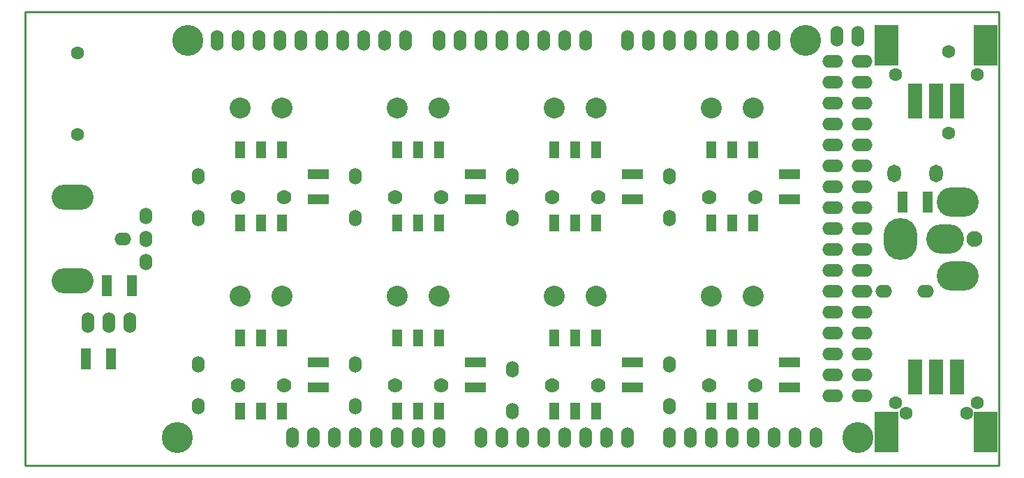
<source format=gbs>
G04 #@! TF.GenerationSoftware,KiCad,Pcbnew,no-vcs-found-7571~57~ubuntu16.04.1*
G04 #@! TF.CreationDate,2017-02-02T13:32:18-05:00*
G04 #@! TF.ProjectId,relay_controller_5x3,72656C61795F636F6E74726F6C6C6572,1.2*
G04 #@! TF.FileFunction,Soldermask,Bot*
G04 #@! TF.FilePolarity,Negative*
%FSLAX46Y46*%
G04 Gerber Fmt 4.6, Leading zero omitted, Abs format (unit mm)*
G04 Created by KiCad (PCBNEW no-vcs-found-7571~57~ubuntu16.04.1) date Thu Feb  2 13:32:18 2017*
%MOMM*%
%LPD*%
G01*
G04 APERTURE LIST*
%ADD10C,0.100000*%
%ADD11C,0.228600*%
%ADD12R,1.270000X2.032000*%
%ADD13C,3.759200*%
%ADD14O,1.524000X2.540000*%
%ADD15O,2.540000X1.524000*%
%ADD16C,2.540000*%
%ADD17C,1.778000*%
%ADD18C,1.930400*%
%ADD19O,4.572000X3.556000*%
%ADD20O,4.064000X5.080000*%
%ADD21O,5.080000X3.556000*%
%ADD22O,5.080000X3.048000*%
%ADD23O,2.032000X1.524000*%
%ADD24O,1.524000X2.032000*%
%ADD25O,1.651000X2.159000*%
%ADD26C,1.600200*%
%ADD27R,1.778000X4.191000*%
%ADD28R,2.997200X5.029200*%
%ADD29R,2.540000X1.270000*%
%ADD30R,1.270000X2.540000*%
G04 APERTURE END LIST*
D10*
D11*
X211455000Y-75311000D02*
X93345000Y-75311000D01*
X211455000Y-130429000D02*
X211455000Y-75311000D01*
X93345000Y-130429000D02*
X211455000Y-130429000D01*
X93345000Y-75311000D02*
X93345000Y-130429000D01*
D12*
X124460000Y-92075000D03*
X121920000Y-92075000D03*
X119380000Y-92075000D03*
X119380000Y-100965000D03*
X121920000Y-100965000D03*
X124460000Y-100965000D03*
X143510000Y-92075000D03*
X140970000Y-92075000D03*
X138430000Y-92075000D03*
X138430000Y-100965000D03*
X140970000Y-100965000D03*
X143510000Y-100965000D03*
X162560000Y-92075000D03*
X160020000Y-92075000D03*
X157480000Y-92075000D03*
X157480000Y-100965000D03*
X160020000Y-100965000D03*
X162560000Y-100965000D03*
X181610000Y-92075000D03*
X179070000Y-92075000D03*
X176530000Y-92075000D03*
X176530000Y-100965000D03*
X179070000Y-100965000D03*
X181610000Y-100965000D03*
X124460000Y-114935000D03*
X121920000Y-114935000D03*
X119380000Y-114935000D03*
X119380000Y-123825000D03*
X121920000Y-123825000D03*
X124460000Y-123825000D03*
X143510000Y-114935000D03*
X140970000Y-114935000D03*
X138430000Y-114935000D03*
X138430000Y-123825000D03*
X140970000Y-123825000D03*
X143510000Y-123825000D03*
X162560000Y-114935000D03*
X160020000Y-114935000D03*
X157480000Y-114935000D03*
X157480000Y-123825000D03*
X160020000Y-123825000D03*
X162560000Y-123825000D03*
X181610000Y-114935000D03*
X179070000Y-114935000D03*
X176530000Y-114935000D03*
X176530000Y-123825000D03*
X179070000Y-123825000D03*
X181610000Y-123825000D03*
D13*
X111760000Y-127000000D03*
X113030000Y-78740000D03*
X194310000Y-127000000D03*
X187960000Y-78740000D03*
D14*
X125730000Y-127000000D03*
X128270000Y-127000000D03*
X130810000Y-127000000D03*
X133350000Y-127000000D03*
X135890000Y-127000000D03*
X138430000Y-127000000D03*
X140970000Y-127000000D03*
X143510000Y-127000000D03*
X148590000Y-127000000D03*
X151130000Y-127000000D03*
X153670000Y-127000000D03*
X156210000Y-127000000D03*
X158750000Y-127000000D03*
X161290000Y-127000000D03*
X163830000Y-127000000D03*
X166370000Y-127000000D03*
X171450000Y-127000000D03*
X173990000Y-127000000D03*
X176530000Y-127000000D03*
X179070000Y-127000000D03*
X181610000Y-127000000D03*
X184150000Y-127000000D03*
X186690000Y-127000000D03*
X189230000Y-127000000D03*
X116586000Y-78740000D03*
X119126000Y-78740000D03*
X121666000Y-78740000D03*
X124206000Y-78740000D03*
X126746000Y-78740000D03*
X129286000Y-78740000D03*
X131826000Y-78740000D03*
X134366000Y-78740000D03*
X136906000Y-78740000D03*
X139446000Y-78740000D03*
X143510000Y-78740000D03*
X161290000Y-78740000D03*
X158750000Y-78740000D03*
X156210000Y-78740000D03*
X153670000Y-78740000D03*
X151130000Y-78740000D03*
X148590000Y-78740000D03*
X146050000Y-78740000D03*
X166370000Y-78740000D03*
X168910000Y-78740000D03*
X171450000Y-78740000D03*
X173990000Y-78740000D03*
X176530000Y-78740000D03*
X179070000Y-78740000D03*
X181610000Y-78740000D03*
X184150000Y-78740000D03*
X191770000Y-78232000D03*
X194310000Y-78232000D03*
D15*
X191262000Y-81280000D03*
X194818000Y-81280000D03*
X191262000Y-83820000D03*
X194818000Y-83820000D03*
X191262000Y-86360000D03*
X194818000Y-86360000D03*
X191262000Y-88900000D03*
X194818000Y-88900000D03*
X191262000Y-91440000D03*
X194818000Y-91440000D03*
X191262000Y-93980000D03*
X194818000Y-93980000D03*
X191262000Y-96520000D03*
X194818000Y-96520000D03*
X191262000Y-99060000D03*
X194818000Y-99060000D03*
X191262000Y-101600000D03*
X194818000Y-101600000D03*
X191262000Y-104140000D03*
X194818000Y-104140000D03*
X191262000Y-106680000D03*
X194818000Y-106680000D03*
X191262000Y-109220000D03*
X194818000Y-109220000D03*
X191262000Y-111760000D03*
X194818000Y-111760000D03*
X191262000Y-114300000D03*
X194818000Y-114300000D03*
X191262000Y-116840000D03*
X194818000Y-116840000D03*
X191262000Y-119380000D03*
X194818000Y-119380000D03*
X191262000Y-121920000D03*
X194818000Y-121920000D03*
D16*
X119380000Y-86995000D03*
X124460000Y-86995000D03*
X138430000Y-86995000D03*
X143510000Y-86995000D03*
X157480000Y-86995000D03*
X162560000Y-86995000D03*
X176530000Y-86995000D03*
X181610000Y-86995000D03*
X119380000Y-109855000D03*
X124460000Y-109855000D03*
X138430000Y-109855000D03*
X143510000Y-109855000D03*
X157480000Y-109855000D03*
X162560000Y-109855000D03*
X176530000Y-109855000D03*
X181610000Y-109855000D03*
D17*
X119126000Y-97790000D03*
X124714000Y-97790000D03*
X138176000Y-97790000D03*
X143764000Y-97790000D03*
X157226000Y-97790000D03*
X162814000Y-97790000D03*
X176276000Y-97790000D03*
X181864000Y-97790000D03*
X119126000Y-120650000D03*
X124714000Y-120650000D03*
X138176000Y-120650000D03*
X143764000Y-120650000D03*
X157226000Y-120650000D03*
X162814000Y-120650000D03*
X176276000Y-120650000D03*
X181864000Y-120650000D03*
D14*
X103505000Y-113030000D03*
X100965000Y-113030000D03*
X106045000Y-113030000D03*
D18*
X208457800Y-102870000D03*
D19*
X204952600Y-102870000D03*
D20*
X199466200Y-102870000D03*
D21*
X206451200Y-98374200D03*
X206451200Y-107365800D03*
D22*
X99060000Y-107950000D03*
X99060000Y-97790000D03*
D23*
X105156000Y-102870000D03*
D24*
X107950000Y-102870000D03*
X107950000Y-100076000D03*
X107950000Y-105664000D03*
D25*
X198755000Y-94970600D03*
X203835000Y-94970600D03*
D26*
X99695000Y-90170000D03*
X99695000Y-80264000D03*
D27*
X206375000Y-86106000D03*
X203835000Y-86106000D03*
X201295000Y-86106000D03*
D26*
X208788000Y-82931000D03*
X198882000Y-82931000D03*
D28*
X209829400Y-79375000D03*
X197840600Y-79375000D03*
D26*
X205359000Y-80137000D03*
X205359000Y-90043000D03*
D27*
X201295000Y-119634000D03*
X203835000Y-119634000D03*
X206375000Y-119634000D03*
D26*
X198882000Y-122809000D03*
X208788000Y-122809000D03*
D28*
X197840600Y-126365000D03*
X209829400Y-126365000D03*
D26*
X207518000Y-124079000D03*
X200152000Y-124079000D03*
D24*
X171450000Y-118110000D03*
X171450000Y-123190000D03*
X152400000Y-118745000D03*
X152400000Y-123825000D03*
X133350000Y-118110000D03*
X133350000Y-123190000D03*
X114300000Y-118110000D03*
X114300000Y-123190000D03*
X171450000Y-95250000D03*
X171450000Y-100330000D03*
X152400000Y-95250000D03*
X152400000Y-100330000D03*
X133350000Y-95250000D03*
X133350000Y-100330000D03*
X114300000Y-95250000D03*
X114300000Y-100330000D03*
D23*
X197485000Y-109220000D03*
X202565000Y-109220000D03*
D29*
X186055000Y-120904000D03*
X186055000Y-117856000D03*
X167005000Y-120904000D03*
X167005000Y-117856000D03*
X147955000Y-120904000D03*
X147955000Y-117856000D03*
X128905000Y-120904000D03*
X128905000Y-117856000D03*
X186055000Y-98044000D03*
X186055000Y-94996000D03*
X167005000Y-98044000D03*
X167005000Y-94996000D03*
X147955000Y-98044000D03*
X147955000Y-94996000D03*
X128905000Y-98044000D03*
X128905000Y-94996000D03*
D30*
X100711000Y-117475000D03*
X103759000Y-117475000D03*
X106299000Y-108585000D03*
X103251000Y-108585000D03*
X199771000Y-98425000D03*
X202819000Y-98425000D03*
M02*

</source>
